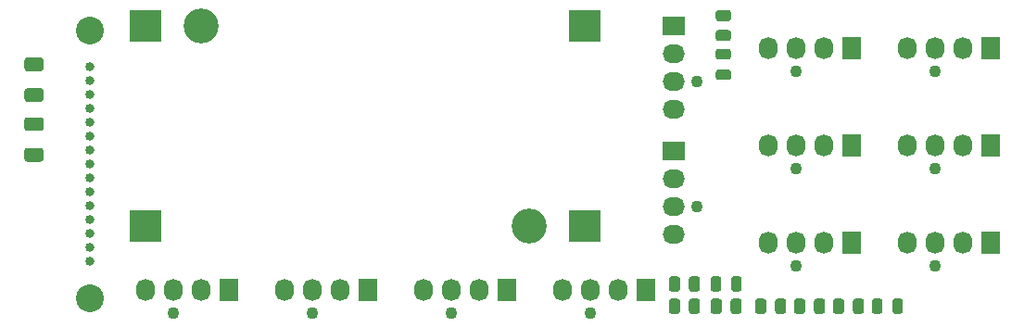
<source format=gbr>
%TF.GenerationSoftware,KiCad,Pcbnew,(5.1.10)-1*%
%TF.CreationDate,2021-07-19T20:33:02+08:00*%
%TF.ProjectId,FanDCControl,46616e44-4343-46f6-9e74-726f6c2e6b69,rev?*%
%TF.SameCoordinates,Original*%
%TF.FileFunction,Soldermask,Top*%
%TF.FilePolarity,Negative*%
%FSLAX46Y46*%
G04 Gerber Fmt 4.6, Leading zero omitted, Abs format (unit mm)*
G04 Created by KiCad (PCBNEW (5.1.10)-1) date 2021-07-19 20:33:02*
%MOMM*%
%LPD*%
G01*
G04 APERTURE LIST*
%ADD10C,0.840000*%
%ADD11C,2.540000*%
%ADD12C,3.200000*%
%ADD13R,3.000000X3.000000*%
%ADD14C,1.100000*%
%ADD15O,1.730000X2.030000*%
%ADD16R,1.730000X2.030000*%
%ADD17O,2.030000X1.730000*%
%ADD18R,2.030000X1.730000*%
G04 APERTURE END LIST*
%TO.C,R7*%
G36*
G01*
X148482000Y-92144001D02*
X148482000Y-91243999D01*
G75*
G02*
X148731999Y-90994000I249999J0D01*
G01*
X149257001Y-90994000D01*
G75*
G02*
X149507000Y-91243999I0J-249999D01*
G01*
X149507000Y-92144001D01*
G75*
G02*
X149257001Y-92394000I-249999J0D01*
G01*
X148731999Y-92394000D01*
G75*
G02*
X148482000Y-92144001I0J249999D01*
G01*
G37*
G36*
G01*
X146657000Y-92144001D02*
X146657000Y-91243999D01*
G75*
G02*
X146906999Y-90994000I249999J0D01*
G01*
X147432001Y-90994000D01*
G75*
G02*
X147682000Y-91243999I0J-249999D01*
G01*
X147682000Y-92144001D01*
G75*
G02*
X147432001Y-92394000I-249999J0D01*
G01*
X146906999Y-92394000D01*
G75*
G02*
X146657000Y-92144001I0J249999D01*
G01*
G37*
%TD*%
%TO.C,R6*%
G36*
G01*
X144926000Y-92144001D02*
X144926000Y-91243999D01*
G75*
G02*
X145175999Y-90994000I249999J0D01*
G01*
X145701001Y-90994000D01*
G75*
G02*
X145951000Y-91243999I0J-249999D01*
G01*
X145951000Y-92144001D01*
G75*
G02*
X145701001Y-92394000I-249999J0D01*
G01*
X145175999Y-92394000D01*
G75*
G02*
X144926000Y-92144001I0J249999D01*
G01*
G37*
G36*
G01*
X143101000Y-92144001D02*
X143101000Y-91243999D01*
G75*
G02*
X143350999Y-90994000I249999J0D01*
G01*
X143876001Y-90994000D01*
G75*
G02*
X144126000Y-91243999I0J-249999D01*
G01*
X144126000Y-92144001D01*
G75*
G02*
X143876001Y-92394000I-249999J0D01*
G01*
X143350999Y-92394000D01*
G75*
G02*
X143101000Y-92144001I0J249999D01*
G01*
G37*
%TD*%
%TO.C,R5*%
G36*
G01*
X141370000Y-92144001D02*
X141370000Y-91243999D01*
G75*
G02*
X141619999Y-90994000I249999J0D01*
G01*
X142145001Y-90994000D01*
G75*
G02*
X142395000Y-91243999I0J-249999D01*
G01*
X142395000Y-92144001D01*
G75*
G02*
X142145001Y-92394000I-249999J0D01*
G01*
X141619999Y-92394000D01*
G75*
G02*
X141370000Y-92144001I0J249999D01*
G01*
G37*
G36*
G01*
X139545000Y-92144001D02*
X139545000Y-91243999D01*
G75*
G02*
X139794999Y-90994000I249999J0D01*
G01*
X140320001Y-90994000D01*
G75*
G02*
X140570000Y-91243999I0J-249999D01*
G01*
X140570000Y-92144001D01*
G75*
G02*
X140320001Y-92394000I-249999J0D01*
G01*
X139794999Y-92394000D01*
G75*
G02*
X139545000Y-92144001I0J249999D01*
G01*
G37*
%TD*%
%TO.C,LM2596S_LED1*%
G36*
G01*
X151188000Y-91237750D02*
X151188000Y-92150250D01*
G75*
G02*
X150944250Y-92394000I-243750J0D01*
G01*
X150456750Y-92394000D01*
G75*
G02*
X150213000Y-92150250I0J243750D01*
G01*
X150213000Y-91237750D01*
G75*
G02*
X150456750Y-90994000I243750J0D01*
G01*
X150944250Y-90994000D01*
G75*
G02*
X151188000Y-91237750I0J-243750D01*
G01*
G37*
G36*
G01*
X153063000Y-91237750D02*
X153063000Y-92150250D01*
G75*
G02*
X152819250Y-92394000I-243750J0D01*
G01*
X152331750Y-92394000D01*
G75*
G02*
X152088000Y-92150250I0J243750D01*
G01*
X152088000Y-91237750D01*
G75*
G02*
X152331750Y-90994000I243750J0D01*
G01*
X152819250Y-90994000D01*
G75*
G02*
X153063000Y-91237750I0J-243750D01*
G01*
G37*
%TD*%
%TO.C,R4*%
G36*
G01*
X137102001Y-65640000D02*
X136201999Y-65640000D01*
G75*
G02*
X135952000Y-65390001I0J249999D01*
G01*
X135952000Y-64864999D01*
G75*
G02*
X136201999Y-64615000I249999J0D01*
G01*
X137102001Y-64615000D01*
G75*
G02*
X137352000Y-64864999I0J-249999D01*
G01*
X137352000Y-65390001D01*
G75*
G02*
X137102001Y-65640000I-249999J0D01*
G01*
G37*
G36*
G01*
X137102001Y-67465000D02*
X136201999Y-67465000D01*
G75*
G02*
X135952000Y-67215001I0J249999D01*
G01*
X135952000Y-66689999D01*
G75*
G02*
X136201999Y-66440000I249999J0D01*
G01*
X137102001Y-66440000D01*
G75*
G02*
X137352000Y-66689999I0J-249999D01*
G01*
X137352000Y-67215001D01*
G75*
G02*
X137102001Y-67465000I-249999J0D01*
G01*
G37*
%TD*%
%TO.C,R3*%
G36*
G01*
X136506000Y-91243999D02*
X136506000Y-92144001D01*
G75*
G02*
X136256001Y-92394000I-249999J0D01*
G01*
X135730999Y-92394000D01*
G75*
G02*
X135481000Y-92144001I0J249999D01*
G01*
X135481000Y-91243999D01*
G75*
G02*
X135730999Y-90994000I249999J0D01*
G01*
X136256001Y-90994000D01*
G75*
G02*
X136506000Y-91243999I0J-249999D01*
G01*
G37*
G36*
G01*
X138331000Y-91243999D02*
X138331000Y-92144001D01*
G75*
G02*
X138081001Y-92394000I-249999J0D01*
G01*
X137555999Y-92394000D01*
G75*
G02*
X137306000Y-92144001I0J249999D01*
G01*
X137306000Y-91243999D01*
G75*
G02*
X137555999Y-90994000I249999J0D01*
G01*
X138081001Y-90994000D01*
G75*
G02*
X138331000Y-91243999I0J-249999D01*
G01*
G37*
%TD*%
%TO.C,R2*%
G36*
G01*
X133496000Y-92144001D02*
X133496000Y-91243999D01*
G75*
G02*
X133745999Y-90994000I249999J0D01*
G01*
X134271001Y-90994000D01*
G75*
G02*
X134521000Y-91243999I0J-249999D01*
G01*
X134521000Y-92144001D01*
G75*
G02*
X134271001Y-92394000I-249999J0D01*
G01*
X133745999Y-92394000D01*
G75*
G02*
X133496000Y-92144001I0J249999D01*
G01*
G37*
G36*
G01*
X131671000Y-92144001D02*
X131671000Y-91243999D01*
G75*
G02*
X131920999Y-90994000I249999J0D01*
G01*
X132446001Y-90994000D01*
G75*
G02*
X132696000Y-91243999I0J-249999D01*
G01*
X132696000Y-92144001D01*
G75*
G02*
X132446001Y-92394000I-249999J0D01*
G01*
X131920999Y-92394000D01*
G75*
G02*
X131671000Y-92144001I0J249999D01*
G01*
G37*
%TD*%
%TO.C,R1*%
G36*
G01*
X132696000Y-89211999D02*
X132696000Y-90112001D01*
G75*
G02*
X132446001Y-90362000I-249999J0D01*
G01*
X131920999Y-90362000D01*
G75*
G02*
X131671000Y-90112001I0J249999D01*
G01*
X131671000Y-89211999D01*
G75*
G02*
X131920999Y-88962000I249999J0D01*
G01*
X132446001Y-88962000D01*
G75*
G02*
X132696000Y-89211999I0J-249999D01*
G01*
G37*
G36*
G01*
X134521000Y-89211999D02*
X134521000Y-90112001D01*
G75*
G02*
X134271001Y-90362000I-249999J0D01*
G01*
X133745999Y-90362000D01*
G75*
G02*
X133496000Y-90112001I0J249999D01*
G01*
X133496000Y-89211999D01*
G75*
G02*
X133745999Y-88962000I249999J0D01*
G01*
X134271001Y-88962000D01*
G75*
G02*
X134521000Y-89211999I0J-249999D01*
G01*
G37*
%TD*%
%TO.C,F2*%
G36*
G01*
X74285000Y-70215000D02*
X73035000Y-70215000D01*
G75*
G02*
X72785000Y-69965000I0J250000D01*
G01*
X72785000Y-69215000D01*
G75*
G02*
X73035000Y-68965000I250000J0D01*
G01*
X74285000Y-68965000D01*
G75*
G02*
X74535000Y-69215000I0J-250000D01*
G01*
X74535000Y-69965000D01*
G75*
G02*
X74285000Y-70215000I-250000J0D01*
G01*
G37*
G36*
G01*
X74285000Y-73015000D02*
X73035000Y-73015000D01*
G75*
G02*
X72785000Y-72765000I0J250000D01*
G01*
X72785000Y-72015000D01*
G75*
G02*
X73035000Y-71765000I250000J0D01*
G01*
X74285000Y-71765000D01*
G75*
G02*
X74535000Y-72015000I0J-250000D01*
G01*
X74535000Y-72765000D01*
G75*
G02*
X74285000Y-73015000I-250000J0D01*
G01*
G37*
%TD*%
%TO.C,F1*%
G36*
G01*
X73035000Y-77229000D02*
X74285000Y-77229000D01*
G75*
G02*
X74535000Y-77479000I0J-250000D01*
G01*
X74535000Y-78229000D01*
G75*
G02*
X74285000Y-78479000I-250000J0D01*
G01*
X73035000Y-78479000D01*
G75*
G02*
X72785000Y-78229000I0J250000D01*
G01*
X72785000Y-77479000D01*
G75*
G02*
X73035000Y-77229000I250000J0D01*
G01*
G37*
G36*
G01*
X73035000Y-74429000D02*
X74285000Y-74429000D01*
G75*
G02*
X74535000Y-74679000I0J-250000D01*
G01*
X74535000Y-75429000D01*
G75*
G02*
X74285000Y-75679000I-250000J0D01*
G01*
X73035000Y-75679000D01*
G75*
G02*
X72785000Y-75429000I0J250000D01*
G01*
X72785000Y-74679000D01*
G75*
G02*
X73035000Y-74429000I250000J0D01*
G01*
G37*
%TD*%
%TO.C,5V_LED1*%
G36*
G01*
X137108250Y-69146000D02*
X136195750Y-69146000D01*
G75*
G02*
X135952000Y-68902250I0J243750D01*
G01*
X135952000Y-68414750D01*
G75*
G02*
X136195750Y-68171000I243750J0D01*
G01*
X137108250Y-68171000D01*
G75*
G02*
X137352000Y-68414750I0J-243750D01*
G01*
X137352000Y-68902250D01*
G75*
G02*
X137108250Y-69146000I-243750J0D01*
G01*
G37*
G36*
G01*
X137108250Y-71021000D02*
X136195750Y-71021000D01*
G75*
G02*
X135952000Y-70777250I0J243750D01*
G01*
X135952000Y-70289750D01*
G75*
G02*
X136195750Y-70046000I243750J0D01*
G01*
X137108250Y-70046000D01*
G75*
G02*
X137352000Y-70289750I0J-243750D01*
G01*
X137352000Y-70777250D01*
G75*
G02*
X137108250Y-71021000I-243750J0D01*
G01*
G37*
%TD*%
%TO.C,12V_LED1*%
G36*
G01*
X136456000Y-89205750D02*
X136456000Y-90118250D01*
G75*
G02*
X136212250Y-90362000I-243750J0D01*
G01*
X135724750Y-90362000D01*
G75*
G02*
X135481000Y-90118250I0J243750D01*
G01*
X135481000Y-89205750D01*
G75*
G02*
X135724750Y-88962000I243750J0D01*
G01*
X136212250Y-88962000D01*
G75*
G02*
X136456000Y-89205750I0J-243750D01*
G01*
G37*
G36*
G01*
X138331000Y-89205750D02*
X138331000Y-90118250D01*
G75*
G02*
X138087250Y-90362000I-243750J0D01*
G01*
X137599750Y-90362000D01*
G75*
G02*
X137356000Y-90118250I0J243750D01*
G01*
X137356000Y-89205750D01*
G75*
G02*
X137599750Y-88962000I243750J0D01*
G01*
X138087250Y-88962000D01*
G75*
G02*
X138331000Y-89205750I0J-243750D01*
G01*
G37*
%TD*%
D10*
%TO.C,U2*%
X78740000Y-71062000D03*
X78740000Y-72332000D03*
X78740000Y-69792000D03*
X78740000Y-76142000D03*
X78740000Y-73602000D03*
X78740000Y-74872000D03*
X78740000Y-77412000D03*
X78740000Y-78682000D03*
X78740000Y-79952000D03*
X78740000Y-81222000D03*
X78740000Y-82492000D03*
X78740000Y-83762000D03*
X78740000Y-85032000D03*
X78740000Y-86302000D03*
X78740000Y-87572000D03*
D11*
X78740000Y-66522600D03*
X78740000Y-90932000D03*
%TD*%
D12*
%TO.C,U1*%
X118872000Y-84328000D03*
X88900000Y-66040000D03*
D13*
X123952000Y-84328000D03*
X83820000Y-66040000D03*
X83820000Y-84328000D03*
X123952000Y-66040000D03*
%TD*%
D14*
%TO.C,FAN4*%
X155956000Y-88012000D03*
D15*
X153416000Y-85852000D03*
X155956000Y-85852000D03*
X158496000Y-85852000D03*
D16*
X161036000Y-85852000D03*
%TD*%
D14*
%TO.C,FAN3*%
X155956000Y-79122000D03*
D15*
X153416000Y-76962000D03*
X155956000Y-76962000D03*
X158496000Y-76962000D03*
D16*
X161036000Y-76962000D03*
%TD*%
D14*
%TO.C,FAN2*%
X155956000Y-70232000D03*
D15*
X153416000Y-68072000D03*
X155956000Y-68072000D03*
X158496000Y-68072000D03*
D16*
X161036000Y-68072000D03*
%TD*%
D14*
%TO.C,FAN1*%
X143256000Y-88012000D03*
D15*
X140716000Y-85852000D03*
X143256000Y-85852000D03*
X145796000Y-85852000D03*
D16*
X148336000Y-85852000D03*
%TD*%
D14*
%TO.C,5V_FAN4*%
X143256000Y-79122000D03*
D15*
X140716000Y-76962000D03*
X143256000Y-76962000D03*
X145796000Y-76962000D03*
D16*
X148336000Y-76962000D03*
%TD*%
D14*
%TO.C,5V_FAN3*%
X143256000Y-70232000D03*
D15*
X140716000Y-68072000D03*
X143256000Y-68072000D03*
X145796000Y-68072000D03*
D16*
X148336000Y-68072000D03*
%TD*%
D14*
%TO.C,5V_FAN2*%
X134240000Y-82550000D03*
D17*
X132080000Y-85090000D03*
X132080000Y-82550000D03*
X132080000Y-80010000D03*
D18*
X132080000Y-77470000D03*
%TD*%
D14*
%TO.C,5V_FAN1*%
X134240000Y-71120000D03*
D17*
X132080000Y-73660000D03*
X132080000Y-71120000D03*
X132080000Y-68580000D03*
D18*
X132080000Y-66040000D03*
%TD*%
D14*
%TO.C,12V_FAN4*%
X111760000Y-92330000D03*
D15*
X109220000Y-90170000D03*
X111760000Y-90170000D03*
X114300000Y-90170000D03*
D16*
X116840000Y-90170000D03*
%TD*%
D14*
%TO.C,12V_FAN3*%
X124460000Y-92330000D03*
D15*
X121920000Y-90170000D03*
X124460000Y-90170000D03*
X127000000Y-90170000D03*
D16*
X129540000Y-90170000D03*
%TD*%
D14*
%TO.C,12V_FAN2*%
X86360000Y-92330000D03*
D15*
X83820000Y-90170000D03*
X86360000Y-90170000D03*
X88900000Y-90170000D03*
D16*
X91440000Y-90170000D03*
%TD*%
D14*
%TO.C,12V_FAN1*%
X99060000Y-92330000D03*
D15*
X96520000Y-90170000D03*
X99060000Y-90170000D03*
X101600000Y-90170000D03*
D16*
X104140000Y-90170000D03*
%TD*%
M02*

</source>
